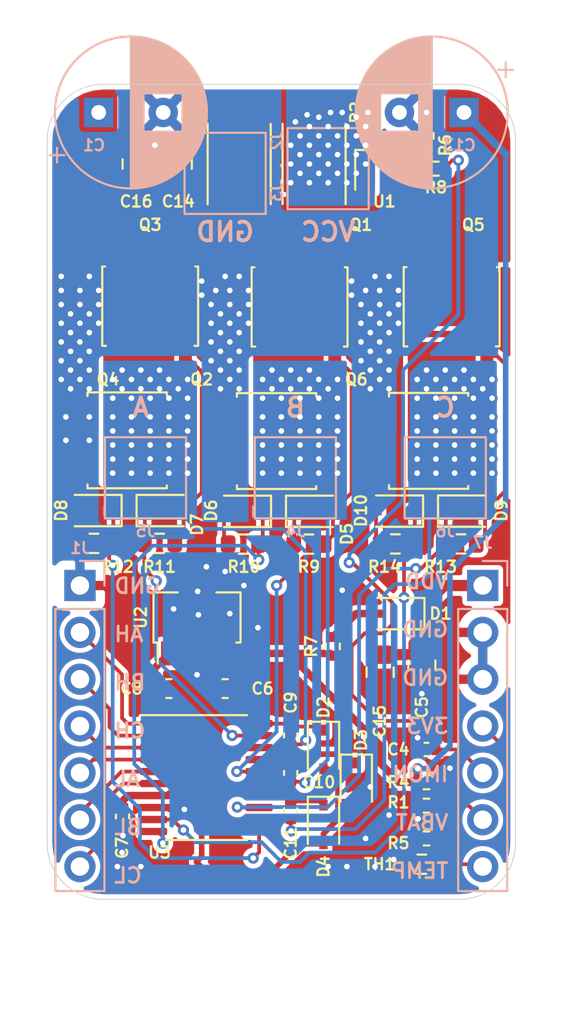
<source format=kicad_pcb>
(kicad_pcb (version 20211014) (generator pcbnew)
  (layers (0 "F.Cu" signal) (1 "In1.Cu" signal) (2 "In2.Cu" signal) (31 "B.Cu" signal) (34 "B.Paste" user) (35 "F.Paste" user) (36 "B.SilkS" user "B.Silkscreen") (37 "F.SilkS" user "F.Silkscreen") (38 "B.Mask" user) (39 "F.Mask" user) (44 "Edge.Cuts" user))
  (net 0 "")
  (net 1 "+12V")
  (net 2 "GND")
  (net 3 "VCC")
  (net 4 "/MA")
  (net 5 "Net-(C9-Pad2)")
  (net 6 "/MB")
  (net 7 "Net-(C10-Pad2)")
  (net 8 "/MC")
  (net 9 "/IMON")
  (net 10 "VDD")
  (net 11 "/PHASEA/HD")
  (net 12 "/AHO")
  (net 13 "/PHASEA/LD")
  (net 14 "/ALO")
  (net 15 "/PHASEB/HD")
  (net 16 "/BHO")
  (net 17 "/PHASEB/LD")
  (net 18 "/BLO")
  (net 19 "/sheet6191AFC6/HD")
  (net 20 "/CHO")
  (net 21 "/sheet6191AFC6/LD")
  (net 22 "/CLO")
  (net 23 "/Temp")
  (net 24 "/VBAT")
  (net 25 "Net-(J2-Pad1)")
  (net 26 "/CL")
  (net 27 "/BL")
  (net 28 "/AL")
  (net 29 "/CH")
  (net 30 "/BH")
  (net 31 "/AH")
  (net 32 "+3V3")
  (net 33 "Net-(C11-Pad2)")
  (net 34 "Net-(D1-Pad2)")
  (net 35 "Net-(R6-Pad1)")
  (footprint "Diode_SMD:D_SOD-323" (layer "F.Cu") (at 137.642 105.958 180)
    (fp_text reference "D6")
    (fp_text value "1N4148WS")
  )
  (footprint "Diode_SMD:D_SOD-323" (layer "F.Cu") (at 145.888 105.948 180)
    (fp_text reference "D10")
    (fp_text value "1N4148WS")
  )
  (footprint "Resistor_SMD:R_0603_1608Metric" (layer "F.Cu") (at 141.198 107.736)
    (fp_text reference "R9")
    (fp_text value "1")
  )
  (footprint "Resistor_SMD:R_0603_1608Metric" (layer "F.Cu") (at 137.642 107.736 180)
    (fp_text reference "R10")
    (fp_text value "1")
  )
  (footprint "Resistor_SMD:R_0402_1005Metric" (layer "F.Cu") (at 147.574 85.598 90)
    (fp_text reference "R6")
    (fp_text value "2.2k")
  )
  (footprint "Resistor_SMD:R_0603_1608Metric" (layer "F.Cu") (at 149.444 107.726)
    (fp_text reference "R13")
    (fp_text value "1")
  )
  (footprint "Resistor_SMD:R_0603_1608Metric" (layer "F.Cu") (at 145.888 107.726 180)
    (fp_text reference "R14")
    (fp_text value "1")
  )
  (footprint "Resistor_SMD:R_0402_1005Metric" (layer "F.Cu") (at 148.082 87.376)
    (fp_text reference "R8")
    (fp_text value "2.2k")
  )
  (footprint "Package_TO_SOT_SMD:SOT-23" (layer "F.Cu") (at 145.288 87.122 90)
    (fp_text reference "U1")
    (fp_text value "ZXCT1009F")
  )
  (footprint "Diode_SMD:D_SOD-323" (layer "F.Cu") (at 141.452 105.958)
    (fp_text reference "D5")
    (fp_text value "1N4148WS")
  )
  (footprint "Diode_SMD:D_SOD-323" (layer "F.Cu") (at 133.35 105.918)
    (fp_text reference "D7")
    (fp_text value "1N4148WS")
  )
  (footprint "Diode_SMD:D_SOD-323" (layer "F.Cu") (at 129.54 105.918 180)
    (fp_text reference "D8")
    (fp_text value "1N4148WS")
  )
  (footprint "Diode_SMD:D_SOD-323" (layer "F.Cu") (at 149.698 105.948)
    (fp_text reference "D9")
    (fp_text value "1N4148WS")
  )
  (footprint "Package_TO_SOT_SMD:LFPAK56" (layer "F.Cu") (at 140.69 94.709 90)
    (fp_text reference "Q1")
    (fp_text value "HYG013N03LS1C2")
  )
  (footprint "Package_TO_SOT_SMD:LFPAK56" (layer "F.Cu") (at 139.606 102.148)
    (fp_text reference "Q2")
    (fp_text value "HYG013N03LS1C2")
  )
  (footprint "Package_TO_SOT_SMD:LFPAK56" (layer "F.Cu") (at 132.588 94.669 90)
    (fp_text reference "Q3")
    (fp_text value "HYG013N03LS1C2")
  )
  (footprint "Package_TO_SOT_SMD:LFPAK56" (layer "F.Cu") (at 148.936 94.699 90)
    (fp_text reference "Q5")
    (fp_text value "HYG013N03LS1C2")
  )
  (footprint "Package_TO_SOT_SMD:LFPAK56" (layer "F.Cu") (at 147.852 102.138)
    (fp_text reference "Q6")
    (fp_text value "HYG013N03LS1C2")
  )
  (footprint "Resistor_SMD:R_0603_1608Metric" (layer "F.Cu") (at 133.096 107.696)
    (fp_text reference "R11")
    (fp_text value "1")
  )
  (footprint "Capacitor_SMD:C_0402_1005Metric" (layer "F.Cu") (at 131.0894 122.5068 90)
    (fp_text reference "C7")
    (fp_text value "100nF")
  )
  (footprint "Diode_SMD:D_SOD-323" (layer "F.Cu") (at 141.986 122.936 -90)
    (fp_text reference "D4")
    (fp_text value "1N4148WS")
  )
  (footprint "Capacitor_SMD:C_0402_1005Metric" (layer "F.Cu") (at 140.208 120.142 90)
    (fp_text reference "C10")
    (fp_text value "100nF")
  )
  (footprint "Capacitor_SMD:C_0402_1005Metric" (layer "F.Cu") (at 140.208 118.11 90)
    (fp_text reference "C9")
    (fp_text value "100nF")
  )
  (footprint "Diode_SMD:D_SOD-323" (layer "F.Cu") (at 143.764 120.65 -90)
    (fp_text reference "D3")
    (fp_text value "1N4148WS")
  )
  (footprint "Capacitor_SMD:C_0603_1608Metric" (layer "F.Cu") (at 133.604 115.57)
    (fp_text reference "C8")
    (fp_text value "1uF")
  )
  (footprint "Capacitor_SMD:C_0402_1005Metric" (layer "F.Cu") (at 140.208 122.174 90)
    (fp_text reference "C11")
    (fp_text value "100nF")
  )
  (footprint "Diode_SMD:D_SOD-323" (layer "F.Cu") (at 141.986 118.872 -90)
    (fp_text reference "D2")
    (fp_text value "1N4148WS")
  )
  (footprint "Package_SO:TSSOP-20_4.4x6.5mm_P0.65mm" (layer "F.Cu") (at 135.636 120.396)
    (fp_text reference "U3")
    (fp_text value "EG2133")
  )
  (footprint "Package_TO_SOT_SMD:SOT-89-3" (layer "F.Cu") (at 135.128 112.014 90)
    (fp_text reference "U2")
    (fp_text value "L78L12_SOT89")
  )
  (footprint "Resistor_SMD:R_0402_1005Metric" (layer "F.Cu") (at 142.494 113.284 90)
    (fp_text reference "R7")
    (fp_text value "22")
  )
  (footprint "Resistor_SMD:R_0402_1005Metric" (layer "F.Cu") (at 147.574 121.92 180)
    (fp_text reference "R5")
    (fp_text value "2.2k")
  )
  (footprint "Resistor_SMD:R_0402_1005Metric" (layer "F.Cu") (at 147.574 123.698)
    (fp_text reference "R1")
    (fp_text value "4.7k")
  )
  (footprint "Resistor_SMD:R_0402_1005Metric" (layer "F.Cu") (at 147.574 120.65)
    (fp_text reference "R4")
    (fp_text value "22k")
  )
  (footprint "Resistor_SMD:R_0603_1608Metric" (layer "F.Cu") (at 147.32 125.095 180)
    (fp_text reference "TH1")
    (fp_text value "10k")
  )
  (footprint "Diode_SMD:D_SOD-323" (layer "F.Cu") (at 145.9611 111.506 180)
    (fp_text reference "D1")
    (fp_text value "1N4148WS")
  )
  (footprint "Resistor_SMD:R_0603_1608Metric" (layer "F.Cu") (at 129.54 107.696 180)
    (fp_text reference "R12")
    (fp_text value "1")
  )
  (footprint "Resistor_SMD:R_2512_6332Metric" (layer "F.Cu") (at 141.478 87.122 -90)
    (fp_text reference "R2")
    (fp_text value "0.001")
  )
  (footprint "Resistor_SMD:R_2512_6332Metric" (layer "F.Cu") (at 137.414 87.122 -90)
    (fp_text reference "R3")
    (fp_text value "0.001")
  )
  (footprint "Package_TO_SOT_SMD:LFPAK56" (layer "F.Cu") (at 131.504 102.108)
    (fp_text reference "Q4")
    (fp_text value "HYG013N03LS1C2")
  )
  (footprint "Capacitor_SMD:C_0805_2012Metric" (layer "F.Cu") (at 131.826 87.122 90)
    (fp_text reference "C16")
    (fp_text value "22uF")
  )
  (footprint "Capacitor_SMD:C_0805_2012Metric" (layer "F.Cu") (at 147.32 114.3 -90)
    (fp_text reference "C5")
    (fp_text value "22uF")
  )
  (footprint "Capacitor_SMD:C_0805_2012Metric" (layer "F.Cu") (at 145.0594 114.681 -90)
    (fp_text reference "C15")
    (fp_text value "22uF")
  )
  (footprint "Capacitor_SMD:C_0805_2012Metric" (layer "F.Cu") (at 134.112 87.122 90)
    (fp_text reference "C14")
    (fp_text value "22uF")
  )
  (footprint "Capacitor_SMD:C_0603_1608Metric" (layer "F.Cu") (at 136.652 115.57 180)
    (fp_text reference "C6")
    (fp_text value "1uF")
  )
  (footprint "Capacitor_SMD:C_0402_1005Metric" (layer "F.Cu") (at 147.574 118.872)
    (fp_text reference "C4")
    (fp_text value "100nF")
  )
  (footprint "TestPoint:TestPoint_Pad_4.0x4.0mm" (layer "B.Cu") (at 148.59 104.14)
    (fp_text reference "J6")
    (fp_text value "Conn_01x01_Male")
  )
  (footprint "Connector_PinHeader_2.54mm:PinHeader_1x07_P2.54mm_Vertical" (layer "B.Cu") (at 128.778 109.982 180)
    (fp_text reference "J1")
    (fp_text value "GDCTRL")
  )
  (footprint "TestPoint:TestPoint_Pad_4.0x4.0mm" (layer "B.Cu") (at 142.24 87.376 90)
    (fp_text reference "J2")
    (fp_text value "Conn_01x01_Male")
  )
  (footprint "TestPoint:TestPoint_Pad_4.0x4.0mm" (layer "B.Cu") (at 140.462 104.14)
    (fp_text reference "J4")
    (fp_text value "Conn_01x01_Male")
  )
  (footprint "Connector_PinHeader_2.54mm:PinHeader_1x07_P2.54mm_Vertical" (layer "B.Cu") (at 150.622 109.982 180)
    (fp_text reference "J7")
    (fp_text value "IO")
  )
  (footprint "TestPoint:TestPoint_Pad_4.0x4.0mm" (layer "B.Cu") (at 136.652 87.63 90)
    (fp_text reference "J3")
    (fp_text value "Conn_01x01_Male")
  )
  (footprint "TestPoint:TestPoint_Pad_4.0x4.0mm" (layer "B.Cu") (at 132.334 104.14)
    (fp_text reference "J5")
    (fp_text value "Conn_01x01_Male")
  )
  (footprint "Capacitor_THT:CP_Radial_D8.0mm_P3.50mm" (layer "B.Cu") (at 129.794 84.328)
    (fp_text reference "C1")
    (fp_text value "680uF")
  )
  (footprint "Capacitor_THT:CP_Radial_D8.0mm_P3.50mm" (layer "B.Cu") (at 149.606 84.328 180)
    (fp_text reference "C13")
    (fp_text value "680uF")
  )
  (gr_arc (start 127 85.852) (mid 127.892739 83.696739) (end 130.048 82.804) (layer "Edge.Cuts") (width 0.05))
  (gr_arc (start 152.4 123.952) (mid 151.507261 126.107261) (end 149.352 127) (layer "Edge.Cuts") (width 0.05))
  (gr_line (start 152.4 85.852) (end 152.4 123.952) (layer "Edge.Cuts") (width 0.05))
  (gr_arc (start 149.352 82.804) (mid 151.507261 83.696739) (end 152.4 85.852) (layer "Edge.Cuts") (width 0.05))
  (gr_line (start 127 123.952) (end 127 85.852) (layer "Edge.Cuts") (width 0.05))
  (gr_arc (start 130.048 127) (mid 127.892739 126.107261) (end 127 123.952) (layer "Edge.Cuts") (width 0.05))
  (gr_line (start 130.048 82.804) (end 149.352 82.804) (layer "Edge.Cuts") (width 0.05))
  (gr_line (start 149.352 127) (end 130.048 127) (layer "Edge.Cuts") (width 0.05))
  (gr_text "GND\n\nAH\n\nBH\n\nCH\n\nAL\n\nBL\n\nCL" (at 130.556 117.856) (layer "B.SilkS") (effects (font (size 0.8128 0.8128) (thickness 0.1524)) (justify right mirror)))
  (gr_text "VDD\n\nGND\n\nGND\n\n3V3\n\nIMON\n\nVBAT\n\nTEMP" (at 148.844 117.602) (layer "B.SilkS") (effects (font (size 0.8128 0.8128) (thickness 0.1524)) (justify left mirror)))
  (gr_text "B" (at 140.462 100.33) (layer "B.SilkS") (effects (font (size 1.016 1.016) (thickness 0.2032)) (justify mirror)))
  (gr_text "VCC" (at 142.24 90.805) (layer "B.SilkS") (effects (font (size 1.016 1.016) (thickness 0.2032)) (justify mirror)))
  (gr_text "A" (at 132.08 100.33) (layer "B.SilkS") (effects (font (size 1.016 1.016) (thickness 0.2032)) (justify mirror)))
  (gr_text "C" (at 148.59 100.33) (layer "B.SilkS") (effects (font (size 1.016 1.016) (thickness 0.2032)) (justify mirror)))
  (gr_text "GND" (at 136.652 90.805) (layer "B.SilkS") (effects (font (size 1.016 1.016) (thickness 0.2032)) (justify mirror)))
  (segment (start 143.764 121.7) (end 142.8328 121.7) (width 0.3048) (layer "F.Cu") (net 1))
  (segment (start 135.382 121.81094) (end 135.382 124.68) (width 0.3048) (layer "F.Cu") (net 1))
  (segment (start 131.3844 121.371) (end 131.0894 121.666) (width 0.4064) (layer "F.Cu") (net 1))
  (segment (start 141.986 119.922) (end 142.1978 119.922) (width 0.3048) (layer "F.Cu") (net 1))
  (segment (start 142.7734 120.4976) (end 142.7734 121.6406) (width 0.3048) (layer "F.Cu") (net 1))
  (segment (start 133.4008 116.6622) (end 133.6167 116.6622) (width 0.4064) (layer "F.Cu") (net 1))
  (segment (start 134.83066 121.2596) (end 135.382 121.81094) (width 0.3048) (layer "F.Cu") (net 1))
  (segment (start 133.6167 116.6622) (end 134.5028 117.5483) (width 0.4064) (layer "F.Cu") (net 1))
  (segment (start 132.7735 121.371) (end 133.536958 121.371) (width 0.4064) (layer "F.Cu") (net 1))
  (segment (start 142.7734 121.6406) (end 142.7734 122.6566) (width 0.3048) (layer "F.Cu") (net 1))
  (segment (start 140.682 123.986) (end 141.986 123.986) (width 0.3048) (layer "F.Cu") (net 1))
  (segment (start 142.1978 119.922) (end 142.7734 120.4976) (width 0.3048) (layer "F.Cu") (net 1))
  (segment (start 132.829 115.57) (end 132.829 116.0904) (width 0.4064) (layer "F.Cu") (net 1))
  (segment (start 134.5028 121.1678) (end 134.5946 121.2596) (width 0.4064) (layer "F.Cu") (net 1))
  (segment (start 133.536958 121.371) (end 133.583748 121.32421) (width 0.4064) (layer "F.Cu") (net 1))
  (segment (start 134.5946 121.2596) (end 134.3914 121.2596) (width 0.4064) (layer "F.Cu") (net 1))
  (segment (start 135.382 124.68) (end 135.094 124.968) (width 0.3048) (layer "F.Cu") (net 1))
  (segment (start 132.7735 121.371) (end 131.3844 121.371) (width 0.4064) (layer "F.Cu") (net 1))
  (segment (start 138.9126 125.7554) (end 140.682 123.986) (width 0.3048) (layer "F.Cu") (net 1))
  (segment (start 134.5028 117.5483) (end 134.5028 121.1678) (width 0.4064) (layer "F.Cu") (net 1))
  (segment (start 134.3914 121.2596) (end 134.83066 121.2596) (width 0.3048) (layer "F.Cu") (net 1))
  (segment (start 142.8328 121.7) (end 142.7734 121.6406) (width 0.3048) (layer "F.Cu") (net 1))
  (segment (start 132.829 114.463) (end 133.628 113.664) (width 0.4064) (layer "F.Cu") (net 1))
  (segment (start 142.7734 122.6566) (end 141.986 123.444) (width 0.3048) (layer "F.Cu") (net 1))
  (segment (start 133.583748 121.32421) (end 133.61944 121.32421) (width 0.4064) (layer "F.Cu") (net 1))
  (segment (start 132.829 116.0904) (end 133.4008 116.6622) (width 0.4064) (layer "F.Cu") (net 1))
  (segment (start 131.0894 121.666) (end 131.0894 122.0268) (width 0.4064) (layer "F.Cu") (net 1))
  (segment (start 133.61944 121.32421) (end 133.68405 121.2596) (width 0.4064) (layer "F.Cu") (net 1))
  (segment (start 141.986 123.444) (end 141.986 123.986) (width 0.3048) (layer "F.Cu") (net 1))
  (segment (start 132.829 115.57) (end 132.829 114.463) (width 0.4064) (layer "F.Cu") (net 1))
  (segment (start 135.094 124.968) (end 135.8814 125.7554) (width 0.3048) (layer "F.Cu") (net 1))
  (segment (start 133.68405 121.2596) (end 134.3914 121.2596) (width 0.4064) (layer "F.Cu") (net 1))
  (segment (start 135.8814 125.7554) (end 138.9126 125.7554) (width 0.3048) (layer "F.Cu") (net 1))
  (segment (start 135.128 114.821) (end 135.877 115.57) (width 0.6096) (layer "F.Cu") (net 2))
  (segment (start 145.017 102.778) (end 145.017 101.498) (width 0.2032) (layer "F.Cu") (net 2))
  (segment (start 134.112 86.172) (end 132.908 86.172) (width 0.2032) (layer "F.Cu") (net 2))
  (segment (start 136.771 102.788) (end 136.771 101.508) (width 0.2032) (layer "F.Cu") (net 2))
  (segment (start 135.128 114.821) (end 134.379 115.57) (width 0.6096) (layer "F.Cu") (net 2))
  (segment (start 145.017 101.498) (end 145.017 100.228) (width 0.2032) (layer "F.Cu") (net 2))
  (segment (start 146.495 125.095) (end 146.241 124.841) (width 0.2032) (layer "F.Cu") (net 2))
  (segment (start 135.128 114.821) (end 135.128 114.821) (width 0.6096) (layer "F.Cu") (net 2))
  (segment (start 147.064 121.92) (end 147.064 122.5784) (width 0.2032) (layer "F.Cu") (net 2))
  (segment (start 146.685 115.631) (end 147.32 114.996) (width 0.6096) (layer "F.Cu") (net 2))
  (segment (start 146.495 125.476) (end 146.495 125.095) (width 0.2032) (layer "F.Cu") (net 2))
  (segment (start 131.826 86.172) (end 132.776 86.172) (width 0.2032) (layer "F.Cu") (net 2))
  (segment (start 147.064 122.5784) (end 147.1168 122.6312) (width 0.2032) (layer "F.Cu") (net 2))
  (segment (start 147.094 118.2396) (end 147.0914 118.237) (width 0.2032) (layer "F.Cu") (net 2))
  (segment (start 131.0894 123.5202) (end 131.1148 123.5456) (width 0.4064) (layer "F.Cu") (net 2))
  (segment (start 128.669 102.748) (end 128.669 101.468) (width 0.2032) (layer "F.Cu") (net 2))
  (segment (start 147.094 118.872) (end 147.094 118.2396) (width 0.2032) (layer "F.Cu") (net 2))
  (segment (start 135.128 113.5765) (end 135.128 114.821) (width 0.6096) (layer "F.Cu") (net 2))
  (segment (start 146.241 124.841) (end 145.796 124.841) (width 0.2032) (layer "F.Cu") (net 2))
  (segment (start 132.7735 122.021) (end 134.34 122.021) (width 0.3048) (layer "F.Cu") (net 2))
  (segment (start 131.0894 122.9868) (end 131.0894 123.5202) (width 0.4064) (layer "F.Cu") (net 2))
  (segment (start 132.776 86.172) (end 132.842 86.106) (width 0.2032) (layer "F.Cu") (net 2))
  (segment (start 136.771 101.508) (end 136.771 100.238) (width 0.2032) (layer "F.Cu") (net 2))
  (segment (start 147.574 85.088) (end 147.574 84.328) (width 0.2032) (layer "F.Cu") (net 2))
  (segment (start 128.669 101.468) (end 128.669 100.198) (width 0.2032) (layer "F.Cu") (net 2))
  (segment (start 145.0594 115.631) (end 146.685 115.631) (width 0.6096) (layer "F.Cu") (net 2))
  (segment (start 132.908 86.172) (end 132.842 86.106) (width 0.2032) (layer "F.Cu") (net 2))
  (segment (start 134.34 122.021) (end 134.4422 122.1232) (width 0.3048) (layer "F.Cu") (net 2))
  (segment (start 147.32 115.075) (end 147.32 115.849402) (width 0.3048) (layer "F.Cu") (net 2))
  (via (at 137.922 94.742) (size 0.6096) (drill 0.3048) (layers "F.Cu" "B.Cu") (net 2))
  (via (at 135.89 94.742) (size 0.6096) (drill 0.3048) (layers "F.Cu" "B.Cu") (net 2))
  (via (at 135.89 95.758) (size 0.6096) (drill 0.3048) (layers "F.Cu" "B.Cu") (net 2))
  (via (at 137.414 98.298) (size 0.6096) (drill 0.3048) (layers "F.Cu" "B.Cu") (net 2))
  (via (at 137.414 97.282) (size 0.6096) (drill 0.3048) (layers "F.Cu" "B.Cu") (net 2))
  (via (at 136.398 97.282) (size 0.6096) (drill 0.3048) (layers "F.Cu" "B.Cu") (net 2))
  (via (at 136.398 99.314) (size 0.6096) (drill 0.3048) (layers "F.Cu" "B.Cu") (net 2))
  (via (at 137.922 95.758) (size 0.6096) (drill 0.3048) (layers "F.Cu" "B.Cu") (net 2))
  (via (at 136.398 96.266) (size 0.6096) (drill 0.3048) (layers "F.Cu" "B.Cu") (net 2))
  (via (at 136.906 97.79) (size 0.6096) (drill 0.3048) (layers "F.Cu" "B.Cu") (net 2))
  (via (at 136.906 98.806) (size 0.6096) (drill 0.3048) (layers "F.Cu" "B.Cu") (net 2))
  (via (at 135.89 96.774) (size 0.6096) (drill 0.3048) (layers "F.Cu" "B.Cu") (net 2))
  (via (at 136.906 96.774) (size 0.6096) (drill 0.3048) (layers "F.Cu" "B.Cu") (net 2))
  (via (at 137.414 99.314) (size 0.6096) (drill 0.3048) (layers "F.Cu" "B.Cu") (net 2))
  (via (at 135.89 97.79) (size 0.6096) (drill 0.3048) (layers "F.Cu" "B.Cu") (net 2))
  (via (at 137.414 96.266) (size 0.6096) (drill 0.3048) (layers "F.Cu" "B.Cu") (net 2))
  (via (at 136.398 95.25) (size 0.6096) (drill 0.3048) (layers "F.Cu" "B.Cu") (net 2))
  (via (at 136.906 94.742) (size 0.6096) (drill 0.3048) (layers "F.Cu" "B.Cu") (net 2))
  (via (at 137.414 95.25) (size 0.6096) (drill 0.3048) (layers "F.Cu" "B.Cu") (net 2))
  (via (at 136.906 95.758) (size 0.6096) (drill 0.3048) (layers "F.Cu" "B.Cu") (net 2))
  (via (at 136.398 98.298) (size 0.6096) (drill 0.3048) (layers "F.Cu" "B.Cu") (net 2))
  (via (at 128.778 93.98) (size 0.6096) (drill 0.3048) (layers "F.Cu" "B.Cu") (net 2))
  (via (at 137.414 93.218) (size 0.6096) (drill 0.3048) (layers "F.Cu" "B.Cu") (net 2))
  (via (at 136.906 93.98) (size 0.6096) (drill 0.3048) (layers "F.Cu" "B.Cu") (net 2))
  (via (at 145.542 93.218) (size 0.6096) (drill 0.3048) (layers "F.Cu" "B.Cu") (net 2))
  (via (at 144.78 93.218) (size 0.6096) (drill 0.3048) (layers "F.Cu" "B.Cu") (net 2))
  (via (at 145.034 93.98) (size 0.6096) (drill 0.3048) (layers "F.Cu" "B.Cu") (net 2))
  (via (at 144.272 93.98) (size 0.6096) (drill 0.3048) (layers "F.Cu" "B.Cu") (net 2))
  (via (at 128.27 99.314) (size 0.6096) (drill 0.3048) (layers "F.Cu" "B.Cu") (net 2))
  (via (at 145.542 95.25) (size 0.6096) (drill 0.3048) (layers "F.Cu" "B.Cu") (net 2))
  (via (at 130.81 125.222) (size 0.6096) (drill 0.3048) (layers "F.Cu" "B.Cu") (net 2))
  (via (at 145.034 98.806) (size 0.6096) (drill 0.3048) (layers "F.Cu" "B.Cu") (net 2))
  (via (at 144.526 120.904) (size 0.6096) (drill 0.3048) (layers "F.Cu" "B.Cu") (net 2))
  (via (at 129.286 97.282) (size 0.6096) (drill 0.3048) (layers "F.Cu" "B.Cu") (net 2))
  (via (at 144.018 94.742) (size 0.6096) (drill 0.3048) (layers "F.Cu" "B.Cu") (net 2))
  (via (at 136.144 93.98) (size 0.6096) (drill 0.3048) (layers "F.Cu" "B.Cu") (net 2))
  (via (at 128.27 98.298) (size 0.6096) (drill 0.3048) (layers "F.Cu" "B.Cu") (net 2))
  (via (at 143.002 110.236) (size 0.6096) (drill 0.3048) (layers "F.Cu" "B.Cu") (net 2))
  (via (at 137.668 109.982) (size 0.6096) (drill 0.3048) (layers "F.Cu" "B.Cu") (net 2))
  (via (at 128.778 98.806) (size 0.6096) (drill 0.3048) (layers "F.Cu" "B.Cu") (net 2))
  (via (at 128.27 97.282) (size 0.6096) (drill 0.3048) (layers "F.Cu" "B.Cu") (net 2))
  (via (at 143.51 93.472) (size 0.6096) (drill 0.3048) (layers "F.Cu" "B.Cu") (net 2))
  (via (at 134.4422 122.1232) (size 0.6096) (drill 0.3048) (layers "F.Cu" "B.Cu") (net 2))
  (via (at 129.286 95.25) (size 0.6096) (drill 0.3048) (layers "F.Cu" "B.Cu") (net 2))
  (via (at 129.286 100.838) (size 0.6096) (drill 0.3048) (layers "F.Cu" "B.Cu") (net 2))
  (via (at 146.05 94.742) (size 0.6096) (drill 0.3048) (layers "F.Cu" "B.Cu") (net 2))
  (via (at 129.794 94.742) (size 0.6096) (drill 0.3048) (layers "F.Cu" "B.Cu") (net 2))
  (via (at 145.034 95.758) (size 0.6096) (drill 0.3048) (layers "F.Cu" "B.Cu") (net 2))
  (via (at 145.542 96.266) (size 0.6096) (drill 0.3048) (layers "F.Cu" "B.Cu") (net 2))
  (via (at 147.1168 122.6312) (size 0.6096) (drill 0.3048) (layers "F.Cu" "B.Cu") (net 2))
  (via (at 135.2042 111.5695) (size 0.6096) (drill 0.3048) (layers "F.Cu" "B.Cu") (net 2))
  (via (at 131.064 124.46) (size 0.6096) (drill 0.3048) (layers "F.Cu" "B.Cu") (net 2))
  (via (at 135.636 108.966) (size 0.6096) (drill 0.3048) (layers "F.Cu" "B.Cu") (net 2))
  (via (at 135.382 93.472) (size 0.6096) (drill 0.3048) (layers "F.Cu" "B.Cu") (net 2))
  (via (at 128.016 100.838) (size 0.6096) (drill 0.3048) (layers "F.Cu" "B.Cu") (net 2))
  (via (at 146.05 93.98) (size 0.6096) (drill 0.3048) (layers "F.Cu" "B.Cu") (net 2))
  (via (at 135.382 94.234) (size 0.6096) (drill 0.3048) (layers "F.Cu" "B.Cu") (net 2))
  (via (at 128.778 96.774) (size 0.6096) (drill 0.3048) (layers "F.Cu" "B.Cu") (net 2))
  (via (at 129.286 96.266) (size 0.6096) (drill 0.3048) (layers "F.Cu" "B.Cu") (net 2))
  (via (at 144.526 99.314) (size 0.6096) (drill 0.3048) (layers "F.Cu" "B.Cu") (net 2))
  (via (at 128.778 97.79) (size 0.6096) (drill 0.3048) (layers "F.Cu" "B.Cu") (net 2))
  (via (at 136.652 93.218) (size 0.6096) (drill 0.3048) (layers "F.Cu" "B.Cu") (net 2))
  (via (at 132.08 125.222) (size 0.6096) (drill 0.3048) (layers "F.Cu" "B.Cu") (net 2))
  (via (at 145.542 99.314) (size 0.6096) (drill 0.3048) (layers "F.Cu" "B.Cu") (net 2))
  (via (at 145.034 97.79) (size 0.6096) (drill 0.3048) (layers "F.Cu" "B.Cu") (net 2))
  (via (at 129.286 98.298) (size 0.6096) (drill 0.3048) (layers "F.Cu" "B.Cu") (net 2))
  (via (at 127.762 98.806) (size 0.6096) (drill 0.3048) (layers "F.Cu" "B.Cu") (net 2))
  (via (at 135.1661 110.2995) (size 0.6096) (drill 0.3048) (layers "F.Cu" "B.Cu") (net 2))
  (via (at 145.034 96.774) (size 0.6096) (drill 0.3048) (layers "F.Cu" "B.Cu") (net 2))
  (via (at 148.844 119.888) (size 0.6096) (drill 0.3048) (layers "F.Cu" "B.Cu") (net 2))
  (via (at 127.762 97.79) (size 0.6096) (drill 0.3048) (layers "F.Cu" "B.Cu") (net 2))
  (via (at 127.762 95.758) (size 0.6096) (drill 0.3048) (layers "F.Cu" "B.Cu") (net 2))
  (via (at 145.796 124.841) (size 0.6096) (drill 0.3048) (layers "F.Cu" "B.Cu") (net 2))
  (via (at 128.778 95.758) (size 0.6096) (drill 0.3048) (layers "F.Cu" "B.Cu") (net 2))
  (via (at 145.542 97.282) (size 0.6096) (drill 0.3048) (layers "F.Cu" "B.Cu") (net 2))
  (via (at 143.51 94.234) (size 0.6096) (drill 0.3048) (layers "F.Cu" "B.Cu") (net 2))
  (via (at 144.272 123.698) (size 0.6096) (drill 0.3048) (layers "F.Cu" "B.Cu") (net 2))
  (via (at 142.24 125.222) (size 0.6096) (drill 0.3048) (layers "F.Cu" "B.Cu") (net 2))
  (via (at 146.05 95.758) (size 0.6096) (drill 0.3048) (layers "F.Cu" "B.Cu") (net 2))
  (via (at 144.526 95.25) (size 0.6096) (drill 0.3048) (layers "F.Cu" "B.Cu") (net 2))
  (via (at 131.1148 123.5456) (size 0.6096) (drill 0.3048) (layers "F.Cu" "B.Cu") (net 2))
  (via (at 128.778 94.742) (size 0.6096) (drill 0.3048) (layers "F.Cu" "B.Cu") (net 2))
  (via (at 135.128 114.821) (size 0.6096) (drill 0.3048) (layers "F.Cu" "B.Cu") (net 2))
  (via (at 129.794 95.758) (size 0.6096) (drill 0.3048) (layers "F.Cu" "B.Cu") (net 2))
  (via (at 128.27 95.25) (size 0.6096) (drill 0.3048) (layers "F.Cu" "B.Cu") (net 2))
  (via (at 143.256 125.222) (size 0.6096) (drill 0.3048) (layers "F.Cu" "B.Cu") (net 2))
  (via (at 127.762 94.742) (size 0.6096) (drill 0.3048) (layers "F.Cu" "B.Cu") (net 2))
  (via (at 127.762 93.218) (size 0.6096) (drill 0.3048) (layers "F.Cu" "B.Cu") (net 2))
  (via (at 144.526 98.298) (size 0.6096) (drill 0.3048) (layers "F.Cu" "B.Cu") (net 2))
  (via (at 144.018 97.79) (size 0.6096) (drill 0.3048) (layers "F.Cu" "B.Cu") (net 2))
  (via (at 145.542 122.428) (size 0.6096) (drill 0.3048) (layers "F.Cu" "B.Cu") (net 2))
  (via (at 127.762 93.98) (size 0.6096) (drill 0.3048) (layers "F.Cu" "B.Cu") (net 2))
  (via (at 127.762 96.774) (size 0.6096) (drill 0.3048) (layers "F.Cu" "B.Cu") (net 2))
  (via (at 144.78 125.222) (size 0.6096) (drill 0.3048) (layers "F.Cu" "B.Cu") (net 2))
  (via (at 136.652 109.22) (size 0.6096) (drill 0.3048) (layers "F.Cu" "B.Cu") (net 2))
  (via (at 144.018 95.758) (size 0.6096) (drill 0.3048) (layers "F.Cu" "B.Cu") (net 2))
  (via (at 137.922 93.98) (size 0.6096) (drill 0.3048) (layers "F.Cu" "B.Cu") (net 2))
  (via (at 128.016 102.108) (size 0.6096) (drill 0.3048) (layers "F.Cu" "B.Cu") (net 2))
  (via (at 144.018 96.774) (size 0.6096) (drill 0.3048) (layers "F.Cu" "B.Cu") (net 2))
  (via (at 136.906 111.506) (size 0.6096) (drill 0.3048) (layers "F.Cu" "B.Cu") (net 2))
  (via (at 129.286 102.108) (size 0.6096) (drill 0.3048) (layers "F.Cu" "B.Cu") (net 2))
  (via (at 144.526 96.266) (size 0.6096) (drill 0.3048) (layers "F.Cu" "B.Cu") (net 2))
  (via (at 147.0914 118.237) (size 0.6096) (drill 0.3048) (layers "F.Cu" "B.Cu") (net 2))
  (via (at 128.27 96.266) (size 0.6096) (drill 0.3048) (layers "F.Cu" "B.Cu") (net 2))
  (via (at 147.574 84.328) (size 0.6096) (drill 0.3048) (layers "F.Cu" "B.Cu") (net 2))
  (via (at 129.794 93.98) (size 0.6096) (drill 0.3048) (layers "F.Cu" "B.Cu") (net 2))
  (via (at 147.32 115.849402) (size 0.6096) (drill 0.3048) (layers "F.Cu" "B.Cu") (net 2))
  (via (at 145.034 94.742) (size 0.6096) (drill 0.3048) (layers "F.Cu" "B.Cu") (net 2))
  (via (at 138.43 112.268) (size 0.6096) (drill 0.3048) (layers "F.Cu" "B.Cu") (net 2))
  (via (at 144.526 97.282) (size 0.6096) (drill 0.3048) (layers "F.Cu" "B.Cu") (net 2))
  (via (at 132.842 86.106) (size 0.6096) (drill 0.3048) (layers "F.Cu" "B.Cu") (net 2))
  (via (at 145.542 98.298) (size 0.6096) (drill 0.3048) (layers "F.Cu" "B.Cu") (net 2))
  (via (at 129.286 93.218) (size 0.6096) (drill 0.3048) (layers "F.Cu" "B.Cu") (net 2))
  (via (at 129.286 99.314) (size 0.6096) (drill 0.3048) (layers "F.Cu" "B.Cu") (net 2))
  (via (at 133.858 111.252) (size 0.6096) (drill 0.3048) (layers "F.Cu" "B.Cu") (net 2))
  (segment (start 132.842 86.106) (end 136.144 86.106) (width 0.2032) (layer "B.Cu") (net 2))
  (segment (start 136.144 86.106) (end 136.652 85.598) (width 0.2032) (layer "B.Cu") (net 2))
  (segment (start 140.842 113.664) (end 142.364 113.664) (width 0.4064) (layer "F.Cu") (net 3))
  (segment (start 132.588 92.71) (end 131.638 91.76) (width 0.2032) (layer "F.Cu") (net 3))
  (segment (start 137.1092 113.7666) (end 137.1092 115.2522) (width 0.6096) (layer "F.Cu") (net 3))
  (segment (start 137.0066 113.664) (end 137.1092 113.7666) (width 0.6096) (layer "F.Cu") (net 3))
  (segment (start 145.034 118.618) (end 145.034 119.5832) (width 0.4064) (layer "F.Cu") (net 3))
  (segment (start 142.364 113.664) (end 142.494 113.794) (width 0.4064) (layer "F.Cu") (net 3))
  (segment (start 140.842 114.426) (end 145.034 118.618) (width 0.4064) (layer "F.Cu") (net 3))
  (segment (start 147.064 120.65) (end 147.064 119.9408) (width 0.4064) (layer "F.Cu") (net 3))
  (segment (start 145.034 119.5832) (end 146.1008 120.65) (width 0.4064) (layer "F.Cu") (net 3))
  (segment (start 147.064 119.9408) (end 147.0914 119.9134) (width 0.4064) (layer "F.Cu") (net 3))
  (segment (start 140.69 90.8725) (end 141.478 90.0845) (width 0.2032) (layer "F.Cu") (net 3))
  (segment (start 140.842 113.664) (end 140.842 114.426) (width 0.4064) (layer "F.Cu") (net 3))
  (segment (start 144.78 91.76) (end 146.432 91.76) (width 0.2032) (layer "F.Cu") (net 3))
  (segment (start 146.1008 120.65) (end 147.064 120.65) (width 0.4064) (layer "F.Cu") (net 3))
  (segment (start 129.794 87.884) (end 129.982 88.072) (width 0.2032) (layer "F.Cu") (net 3))
  (segment (start 129.794 84.328) (end 129.794 87.884) (width 0.2032) (layer "F.Cu") (net 3))
  (segment (start 146.432 91.76) (end 148.936 94.264) (width 0.2032) (layer "F.Cu") (net 3))
  (segment (start 129.982 88.072) (end 131.826 88.072) (width 0.2032) (layer "F.Cu") (net 3))
  (segment (start 140.69 94.274) (end 140.69 90.8725) (width 0.2032) (layer "F.Cu") (net 3))
  (segment (start 136.628 113.664) (end 137.0066 113.664) (width 0.6096) (layer "F.Cu") (net 3))
  (segment (start 131.638 91.76) (end 128.778 91.76) (width 0.2032) (layer "F.Cu") (net 3))
  (segment (start 136.628 113.664) (end 140.842 113.664) (width 0.4064) (layer "F.Cu") (net 3))
  (segment (start 132.588 94.234) (end 132.588 92.71) (width 0.2032) (layer "F.Cu") (net 3))
  (segment (start 137.1092 115.2522) (end 137.427 115.57) (width 0.6096) (layer "F.Cu") (net 3))
  (via (at 147.0914 119.9134) (size 0.6096) (drill 0.3048) (layers "F.Cu" "B.Cu") (net 3))
  (segment (start 148.844 117.348) (end 148.844 116.078) (width 0.3048) (layer "B.Cu") (net 3))
  (segment (start 148.844 113.792) (end 148.844 111.76) (width 0.3048) (layer "B.Cu") (net 3))
  (segment (start 148.844 116.078) (end 148.844 113.792) (width 0.3048) (layer "B.Cu") (net 3))
  (segment (start 148.844 111.76) (end 148.844 109.2073) (width 0.3048) (layer "B.Cu") (net 3))
  (segment (start 151.8666 86.5886) (end 149.606 84.328) (width 0.4064) (layer "B.Cu") (net 3))
  (segment (start 148.844 118.6688) (end 148.844 117.348) (width 0.3048) (layer "B.Cu") (net 3))
  (segment (start 148.844 109.2073) (end 151.8666 106.1847) (width 0.3048) (layer "B.Cu") (net 3))
  (segment (start 147.0914 119.9134) (end 147.5994 119.9134) (width 0.3048) (layer "B.Cu") (net 3))
  (segment (start 147.5994 119.9134) (end 148.844 118.6688) (width 0.3048) (layer "B.Cu") (net 3))
  (segment (start 151.8666 106.1847) (end 151.8666 86.5886) (width 0.3048) (layer "B.Cu") (net 3))
  (segment (start 140.7948 118.59) (end 141.0208 118.364) (width 0.2032) (layer "F.Cu") (net 4))
  (segment (start 140.208 118.59) (end 140.7948 118.59) (width 0.2032) (layer "F.Cu") (net 4))
  (segment (start 140.027 118.771) (end 140.208 118.59) (width 0.2032) (layer "F.Cu") (net 4))
  (segment (start 138.4985 118.771) (end 140.027 118.771) (width 0.2032) (layer "F.Cu") (net 4))
  (via (at 131.572 98.806) (size 0.6096) (drill 0.3048) (layers "F.Cu" "B.Cu") (net 4))
  (via (at 133.604 98.806) (size 0.6096) (drill 0.3048) (layers "F.Cu" "B.Cu") (net 4))
  (via (at 130.556 98.806) (size 0.6096) (drill 0.3048) (layers "F.Cu" "B.Cu") (net 4))
  (via (at 132.588 98.806) (size 0.6096) (drill 0.3048) (layers "F.Cu" "B.Cu") (net 4))
  (via (at 134.62 98.806) (size 0.6096) (drill 0.3048) (layers "F.Cu" "B.Cu") (net 4))
  (via (at 133.604 103.124) (size 0.6096) (drill 0.3048) (layers "F.Cu" "B.Cu") (net 4))
  (via (at 131.064 98.298) (size 0.6096) (drill 0.3048) (layers "F.Cu" "B.Cu") (net 4))
  (via (at 130.556 103.124) (size 0.6096) (drill 0.3048) (layers "F.Cu" "B.Cu") (net 4))
  (via (at 133.604 102.362) (size 0.6096) (drill 0.3048) (layers "F.Cu" "B.Cu") (net 4))
  (via (at 130.556 102.362) (size 0.6096) (drill 0.3048) (layers "F.Cu" "B.Cu") (net 4))
  (via (at 132.588 99.822) (size 0.6096) (drill 0.3048) (layers "F.Cu" "B.Cu") (net 4))
  (via (at 131.572 101.6) (size 0.6096) (drill 0.3048) (layers "F.Cu" "B.Cu") (net 4))
  (via (at 134.62 102.362) (size 0.6096) (drill 0.3048) (layers "F.Cu" "B.Cu") (net 4))
  (via (at 134.62 103.886) (size 0.6096) (drill 0.3048) (layers "F.Cu" "B.Cu") (net 4))
  (via (at 133.604 101.6) (size 0.6096) (drill 0.3048) (layers "F.Cu" "B.Cu") (net 4))
  (via (at 132.588 102.362) (size 0.6096) (drill 0.3048) (layers "F.Cu" "B.Cu") (net 4))
  (via (at 132.588 103.124) (size 0.6096) (drill 0.3048) (layers "F.Cu" "B.Cu") (net 4))
  (via (at 132.08 99.314) (size 0.6096) (drill 0.3048) (layers "F.Cu" "B.Cu") (net 4))
  (via (at 133.604 100.838) (size 0.6096) (drill 0.3048) (layers "F.Cu" "B.Cu") (net 4))
  (via (at 132.588 101.6) (size 0.6096) (drill 0.3048) (layers "F.Cu" "B.Cu") (net 4))
  (via (at 141.0208 118.364) (size 0.6096) (drill 0.3048) (layers "F.Cu" "B.Cu") (net 4))
  (via (at 131.572 99.822) (size 0.6096) (drill 0.3048) (layers "F.Cu" "B.Cu") (net 4))
  (via (at 130.556 101.6) (size 0.6096) (drill 0.3048) (layers "F.Cu" "B.Cu") (net 4))
  (via (at 134.62 101.6) (size 0.6096) (drill 0.3048) (layers "F.Cu" "B.Cu") (net 4))
  (via (at 134.62 100.838) (size 0.6096) (drill 0.3048) (layers "F.Cu" "B.Cu") (net 4))
  (via (at 132.588 100.838) (size 0.6096) (drill 0.3048) (layers "F.Cu" "B.Cu") (net 4))
  (via (at 131.572 100.838) (size 0.6096) (drill 0.3048) (layers "F.Cu" "B.Cu") (net 4))
  (via (at 131.572 103.124) (size 0.6096) (drill 0.3048) (layers "F.Cu" "B.Cu") (net 4))
  (via (at 130.556 100.838) (size 0.6096) (drill 0.3048) (layers "F.Cu" "B.Cu") (net 4))
  (via (at 130.556 103.886) (size 0.6096) (drill 0.3048) (layers "F.Cu" "B.Cu") (net 4))
  (via (at 131.572 103.886) (size 0.6096) (drill 0.3048) (layers "F.Cu" "B.Cu") (net 4))
  (via (at 131.572 102.362) (size 0.6096) (drill 0.3048) (layers "F.Cu" "B.Cu") (net 4))
  (via (at 133.096 98.298) (size 0.6096) (drill 0.3048) (layers "F.Cu" "B.Cu") (net 4))
  (via (at 130.556 99.822) (size 0.6096) (drill 0.3048) (layers "F.Cu" "B.Cu") (net 4))
  (via (at 131.064 99.314) (size 0.6096) (drill 0.3048) (layers "F.Cu" "B.Cu") (net 4))
  (via (at 134.112 99.314) (size 0.6096) (drill 0.3048) (layers "F.Cu" "B.Cu") (net 4))
  (via (at 133.096 99.314) (size 0.6096) (drill 0.3048) (layers "F.Cu" "B.Cu") (net 4))
  (via (at 132.588 103.886) (size 0.6096) (drill 0.3048) (layers "F.Cu" "B.Cu") (net 4))
  (via (at 134.62 99.822) (size 0.6096) (drill 0.3048) (layers "F.Cu" "B.Cu") (net 4))
  (via (at 132.08 98.298) (size 0.6096) (drill 0.3048) (layers "F.Cu" "B.Cu") (net 4))
  (via (at 133.604 103.886) (size 0.6096) (drill 0.3048) (layers "F.Cu" "B.Cu") (net 4))
  (via (at 133.604 99.822) (size 0.6096) (drill 0.3048) (layers "F.Cu" "B.Cu") (net 4))
  (via (at 134.62 103.124) (size 0.6096) (drill 0.3048) (layers "F.Cu" "B.Cu") (net 4))
  (segment (start 141.0208 108.1532) (end 141.0208 118.364) (width 0.2032) (layer "B.Cu") (net 4))
  (segment (start 139.7762 106.9086) (end 141.0208 108.1532) (width 0.2032) (layer "B.Cu") (net 4))
  (segment (start 132.334 104.14) (end 135.1026 106.9086) (width 0.2032) (layer "B.Cu") (net 4))
  (segment (start 135.1026 106.9086) (end 139.7762 106.9086) (width 0.2032) (layer "B.Cu") (net 4))
  (segment (start 140.049 117.471) (end 140.208 117.63) (width 0.2032) (layer "F.Cu") (net 5))
  (segment (start 138.4985 117.471) (end 140.049 117.471) (width 0.2032) (layer "F.Cu") (net 5))
  (segment (start 140.208 117.63) (end 141.794 117.63) (width 0.2032) (layer "F.Cu") (net 5))
  (segment (start 141.794 117.63) (end 141.986 117.822) (width 0.2032) (layer "F.Cu") (net 5))
  (segment (start 140.9166 120.622) (end 140.97 120.6754) (width 0.2032) (layer "F.Cu") (net 6))
  (segment (start 140.109 120.721) (end 140.208 120.622) (width 0.2032) (layer "F.Cu") (net 6))
  (segment (start 140.208 120.622) (end 140.9166 120.622) (width 0.2032) (layer "F.Cu") (net 6))
  (segment (start 138.4985 120.721) (end 140.109 120.721) (width 0.2032) (layer "F.Cu") (net 6))
  (via (at 138.684 102.362) (size 0.6096) (drill 0.3048) (layers "F.Cu" "B.Cu") (net 6))
  (via (at 140.716 103.124) (size 0.6096) (drill 0.3048) (layers "F.Cu" "B.Cu") (net 6))
  (via (at 138.684 101.6) (size 0.6096) (drill 0.3048) (layers "F.Cu" "B.Cu") (net 6))
  (via (at 139.7 102.362) (size 0.6096) (drill 0.3048) (layers "F.Cu" "B.Cu") (net 6))
  (via (at 141.732 102.362) (size 0.6096) (drill 0.3048) (layers "F.Cu" "B.Cu") (net 6))
  (via (at 139.7 101.6) (size 0.6096) (drill 0.3048) (layers "F.Cu" "B.Cu") (net 6))
  (via (at 142.748 102.362) (size 0.6096) (drill 0.3048) (layers "F.Cu" "B.Cu") (net 6))
  (via (at 138.684 98.806) (size 0.6096) (drill 0.3048) (layers "F.Cu" "B.Cu") (net 6))
  (via (at 140.716 102.362) (size 0.6096) (drill 0.3048) (layers "F.Cu" "B.Cu") (net 6))
  (via (at 140.716 99.822) (size 0.6096) (drill 0.3048) (layers "F.Cu" "B.Cu") (net 6))
  (via (at 141.732 101.6) (size 0.6096) (drill 0.3048) (layers "F.Cu" "B.Cu") (net 6))
  (via (at 139.7 99.822) (size 0.6096) (drill 0.3048) (layers "F.Cu" "B.Cu") (net 6))
  (via (at 142.748 98.806) (size 0.6096) (drill 0.3048) (layers "F.Cu" "B.Cu") (net 6))
  (via (at 141.732 103.124) (size 0.6096) (drill 0.3048) (layers "F.Cu" "B.Cu") (net 6))
  (via (at 138.684 103.124) (size 0.6096) (drill 0.3048) (layers "F.Cu" "B.Cu") (net 6))
  (via (at 141.732 99.822) (size 0.6096) (drill 0.3048) (layers "F.Cu" "B.Cu") (net 6))
  (via (at 141.732 98.806) (size 0.6096) (drill 0.3048) (layers "F.Cu" "B.Cu") (net 6))
  (via (at 139.7 98.806) (size 0.6096) (drill 0.3048) (layers "F.Cu" "B.Cu") (net 6))
  (via (at 142.748 99.822) (size 0.6096) (drill 0.3048) (layers "F.Cu" "B.Cu") (net 6))
  (via (at 140.208 99.314) (size 0.6096) (drill 0.3048) (layers "F.Cu" "B.Cu") (net 6))
  (via (at 140.716 98.806) (size 0.6096) (drill 0.3048) (layers "F.Cu" "B.Cu") (net 6))
  (via (at 142.24 99.314) (size 0.6096) (drill 0.3048) (layers "F.Cu" "B.Cu") (net 6))
  (via (at 139.192 99.314) (size 0.6096) (drill 0.3048) (layers "F.Cu" "B.Cu") (net 6))
  (via (at 141.224 99.314) (size 0.6096) (drill 0.3048) (layers "F.Cu" "B.Cu") (net 6))
  (via (at 138.684 99.822) (size 0.6096) (drill 0.3048) (layers "F.Cu" "B.Cu") (net 6))
  (via (at 139.7 103.124) (size 0.6096) (drill 0.3048) (layers "F.Cu" "B.Cu") (net 6))
  (via (at 142.748 103.124) (size 0.6096) (drill 0.3048) (layers "F.Cu" "B.Cu") (net 6))
  (via (at 139.7 103.886) (size 0.6096) (drill 0.3048) (layers "F.Cu" "B.Cu") (net 6))
  (via (at 140.716 100.838) (size 0.6096) (drill 0.3048) (layers "F.Cu" "B.Cu") (net 6))
  (via (at 138.684 100.838) (size 0.6096) (drill 0.3048) (layers "F.Cu" "B.Cu") (net 6))
  (via (at 142.748 101.6) (size 0.6096) (drill 0.3048) (layers "F.Cu" "B.Cu") (net 6))
  (via (at 141.224 98.298) (size 0.6096) (drill 0.3048) (layers "F.Cu" "B.Cu") (net 6))
  (via (at 141.732 100.838) (size 0.6096) (drill 0.3048) (layers "F.Cu" "B.Cu") (net 6))
  (via (at 140.208 98.298) (size 0.6096) (drill 0.3048) (layers "F.Cu" "B.Cu") (net 6))
  (via (at 140.716 101.6) (size 0.6096) (drill 0.3048) (layers "F.Cu" "B.Cu") (net 6))
  (via (at 142.748 100.838) (size 0.6096) (drill 0.3048) (layers "F.Cu" "B.Cu") (net 6))
  (via (at 139.192 98.298) (size 0.6096) (drill 0.3048) (layers "F.Cu" "B.Cu") (net 6))
  (via (at 139.7 100.838) (size 0.6096) (drill 0.3048) (layers "F.Cu" "B.Cu") (net 6))
  (via (at 141.732 103.886) (size 0.6096) (drill 0.3048) (layers "F.Cu" "B.Cu") (net 6))
  (via (at 138.684 103.886) (size 0.6096) (drill 0.3048) (layers "F.Cu" "B.Cu") (net 6))
  (via (at 140.716 103.886) (size 0.6096) (drill 0.3048) (layers "F.Cu" "B.Cu") (net 6))
  (via (at 142.748 103.886) (size 0.6096) (drill 0.3048) (layers "F.Cu" "B.Cu") (net 6))
  (via (at 140.97 120.6754) (size 0.6096) (drill 0.3048) (layers "F.Cu" "B.Cu") (net 6))
  (segment (start 140.97 120.6754) (end 142.2146 119.4308) (width 0.2032) (layer "B.Cu") (net 6))
  (segment (start 142.2146 104.14) (end 140.462 104.14) (width 0.2032) (layer "B.Cu") (net 6))
  (segment (start 142.2146 119.4308) (end 142.2146 104.14) (width 0.2032) (layer "B.Cu") (net 6))
  (segment (start 141.478 119.126) (end 142.782 119.126) (width 0.3048) (layer "F.Cu") (net 7))
  (segment (start 142.782 119.126) (end 143.256 119.6) (width 0.3048) (layer "F.Cu") (net 7))
  (segment (start 143.256 119.6) (end 143.764 119.6) (width 0.25) (layer "F.Cu") (net 7))
  (segment (start 139.967 119.421) (end 140.208 119.662) (width 0.2032) (layer "F.Cu") (net 7))
  (segment (start 138.4985 119.421) (end 139.967 119.421) (width 0.2032) (layer "F.Cu") (net 7))
  (segment (start 140.208 119.662) (end 140.942 119.662) (width 0.3048) (layer "F.Cu") (net 7))
  (segment (start 140.942 119.662) (end 141.478 119.126) (width 0.3048) (layer "F.Cu") (net 7))
  (segment (start 140.208 122.654) (end 140.208 123.2662) (width 0.2032) (layer "F.Cu") (net 8))
  (segment (start 140.191 122.671) (end 140.208 122.654) (width 0.2032) (layer "F.Cu") (net 8))
  (segment (start 138.4985 122.671) (end 140.191 122.671) (width 0.2032) (layer "F.Cu") (net 8))
  (segment (start 140.208 123.2662) (end 140.2334 123.2916) (width 0.2032) (layer "F.Cu") (net 8))
  (via (at 149.098 98.806) (size 0.6096) (drill 0.3048) (layers "F.Cu" "B.Cu") (net 8))
  (via (at 149.098 103.124) (size 0.6096) (drill 0.3048) (layers "F.Cu" "B.Cu") (net 8))
  (via (at 151.13 101.6) (size 0.6096) (drill 0.3048) (layers "F.Cu" "B.Cu") (net 8))
  (via (at 148.59 99.314) (size 0.6096) (drill 0.3048) (layers "F.Cu" "B.Cu") (net 8))
  (via (at 147.066 101.6) (size 0.6096) (drill 0.3048) (layers "F.Cu" "B.Cu") (net 8))
  (via (at 149.606 99.314) (size 0.6096) (drill 0.3048) (layers "F.Cu" "B.Cu") (net 8))
  (via (at 148.082 103.124) (size 0.6096) (drill 0.3048) (layers "F.Cu" "B.Cu") (net 8))
  (via (at 149.606 98.298) (size 0.6096) (drill 0.3048) (layers "F.Cu" "B.Cu") (net 8))
  (via (at 148.082 103.886) (size 0.6096) (drill 0.3048) (layers "F.Cu" "B.Cu") (net 8))
  (via (at 150.114 103.124) (size 0.6096) (drill 0.3048) (layers "F.Cu" "B.Cu") (net 8))
  (via (at 151.13 103.886) (size 0.6096) (drill 0.3048) (layers "F.Cu" "B.Cu") (net 8))
  (via (at 148.082 101.6) (size 0.6096) (drill 0.3048) (layers "F.Cu" "B.Cu") (net 8))
  (via (at 151.13 103.124) (size 0.6096) (drill 0.3048) (layers "F.Cu" "B.Cu") (net 8))
  (via (at 150.114 99.822) (size 0.6096) (drill 0.3048) (layers "F.Cu" "B.Cu") (net 8))
  (via (at 148.082 100.838) (size 0.6096) (drill 0.3048) (layers "F.Cu" "B.Cu") (net 8))
  (via (at 147.066 103.886) (size 0.6096) (drill 0.3048) (layers "F.Cu" "B.Cu") (net 8))
  (via (at 151.13 100.838) (size 0.6096) (drill 0.3048) (layers "F.Cu" "B.Cu") (net 8))
  (via (at 147.066 99.822) (size 0.6096) (drill 0.3048) (layers "F.Cu" "B.Cu") (net 8))
  (via (at 151.13 102.362) (size 0.6096) (drill 0.3048) (layers "F.Cu" "B.Cu") (net 8))
  (via (at 148.59 98.298) (size 0.6096) (drill 0.3048) (layers "F.Cu" "B.Cu") (net 8))
  (via (at 149.098 99.822) (size 0.6096) (drill 0.3048) (layers "F.Cu" "B.Cu") (net 8))
  (via (at 149.098 102.362) (size 0.6096) (drill 0.3048) (layers "F.Cu" "B.Cu") (net 8))
  (via (at 147.574 99.314) (size 0.6096) (drill 0.3048) (layers "F.Cu" "B.Cu") (net 8))
  (via (at 147.574 98.298) (size 0.6096) (drill 0.3048) (layers "F.Cu" "B.Cu") (net 8))
  (via (at 149.098 101.6) (size 0.6096) (drill 0.3048) (layers "F.Cu" "B.Cu") (net 8))
  (via (at 148.082 99.822) (size 0.6096) (drill 0.3048) (layers "F.Cu" "B.Cu") (net 8))
  (via (at 150.114 98.806) (size 0.6096) (drill 0.3048) (layers "F.Cu" "B.Cu") (net 8))
  (via (at 147.066 103.124) (size 0.6096) (drill 0.3048) (layers "F.Cu" "B.Cu") (net 8))
  (via (at 148.082 98.806) (size 0.6096) (drill 0.3048) (layers "F.Cu" "B.Cu") (net 8))
  (via (at 148.082 102.362) (size 0.6096) (drill 0.3048) (layers "F.Cu" "B.Cu") (net 8))
  (via (at 151.13 98.806) (size 0.6096) (drill 0.3048) (layers "F.Cu" "B.Cu") (net 8))
  (via (at 140.2334 123.2916) (size 0.6096) (drill 0.3048) (layers "F.Cu" "B.Cu") (net 8))
  (via (at 150.114 101.6) (size 0.6096) (drill 0.3048) (layers "F.Cu" "B.Cu") (net 8))
  (via (at 149.098 103.886) (size 0.6096) (drill 0.3048) (layers "F.Cu" "B.Cu") (net 8))
  (via (at 151.13 99.822) (size 0.6096) (drill 0.3048) (layers "F.Cu" "B.Cu") (net 8))
  (via (at 149.098 100.838) (size 0.6096) (drill 0.3048) (layers "F.Cu" "B.Cu") (net 8))
  (via (at 150.622 99.314) (size 0.6096) (drill 0.3048) (layers "F.Cu" "B.Cu") (net 8))
  (via (at 150.114 100.838) (size 0.6096) (drill 0.3048) (layers "F.Cu" "B.Cu") (net 8))
  (via (at 150.114 103.886) (size 0.6096) (drill 0.3048) (layers "F.Cu" "B.Cu") (net 8))
  (via (at 150.114 102.362) (size 0.6096) (drill 0.3048) (layers "F.Cu" "B.Cu") (net 8))
  (via (at 147.066 98.806) (size 0.6096) (drill 0.3048) (layers "F.Cu" "B.Cu") (net 8))
  (via (at 147.066 102.362) (size 0.6096) (drill 0.3048) (layers "F.Cu" "B.Cu") (net 8))
  (via (at 147.066 100.838) (size 0.6096) (drill 0.3048) (layers "F.Cu" "B.Cu") (net 8))
  (segment (start 147.2184 109.9058) (end 147.7264 109.3978) (width 0.2032) (layer "B.Cu") (net 8))
  (segment (start 147.7264 105.0036) (end 148.59 104.14) (width 0.2032) (layer "B.Cu") (net 8))
  (segment (start 140.2334 123.2916) (end 140.335 123.19) (width 0.2032) (layer "B.Cu") (net 8))
  (segment (start 145.8468 109.9058) (end 147.2184 109.9058) (width 0.2032) (layer "B.Cu") (net 8))
  (segment (start 145.288 110.4646) (end 145.8468 109.9058) (width 0.2032) (layer "B.Cu") (net 8))
  (segment (start 145.288 121.6152) (end 145.288 110.4646) (width 0.2032) (layer "B.Cu") (net 8))
  (segment (start 140.335 123.19) (end 143.7132 123.19) (width 0.2032) (layer "B.Cu") (net 8))
  (segment (start 147.7264 109.3978) (end 147.7264 105.0036) (width 0.2032) (layer "B.Cu") (net 8))
  (segment (start 143.7132 123.19) (end 145.288 121.6152) (width 0.2032) (layer "B.Cu") (net 8))
  (segment (start 144.2212 112.5728) (end 143.51 113.284) (width 0.2032) (layer "F.Cu") (net 9))
  (segment (start 143.553282 108.7374) (end 145.7071 110.891218) (width 0.2032) (layer "F.Cu") (net 9))
  (segment (start 143.51 115.9002) (end 144.9324 117.3226) (width 0.2032) (layer "F.Cu") (net 9))
  (segment (start 148.971 86.9188) (end 149.3012 86.9188) (width 0.2032) (layer "F.Cu") (net 9))
  (segment (start 145.7071 110.891218) (end 145.7071 112.1029) (width 0.2032) (layer "F.Cu") (net 9))
  (segment (start 143.51 113.284) (end 143.51 115.9002) (width 0.2032) (layer "F.Cu") (net 9))
  (segment (start 145.2372 112.5728) (end 144.2212 112.5728) (width 0.2032) (layer "F.Cu") (net 9))
  (segment (start 147.3454 117.3226) (end 148.054 118.0312) (width 0.2032) (layer "F.Cu") (net 9))
  (segment (start 149.352 118.872) (end 150.622 120.142) (width 0.2032) (layer "F.Cu") (net 9))
  (segment (start 148.054 118.872) (end 149.352 118.872) (width 0.2032) (layer "F.Cu") (net 9))
  (segment (start 143.383 108.7374) (end 143.553282 108.7374) (width 0.2032) (layer "F.Cu") (net 9))
  (segment (start 145.7071 112.1029) (end 145.2372 112.5728) (width 0.2032) (layer "F.Cu") (net 9))
  (segment (start 144.9324 117.3226) (end 147.3454 117.3226) (width 0.2032) (layer "F.Cu") (net 9))
  (segment (start 148.592 87.2978) (end 148.971 86.9188) (width 0.2032) (layer "F.Cu") (net 9))
  (segment (start 148.054 118.0312) (end 148.054 118.872) (width 0.2032) (layer "F.Cu") (net 9))
  (segment (start 148.592 87.376) (end 148.592 87.2978) (width 0.2032) (layer "F.Cu") (net 9))
  (via (at 143.383 108.7374) (size 0.6096) (drill 0.3048) (layers "F.Cu" "B.Cu") (net 9))
  (via (at 149.3012 86.9188) (size 0.6096) (drill 0.3048) (layers "F.Cu" "B.Cu") (net 9))
  (segment (start 146.304 101.883118) (end 146.288399 101.898719) (width 0.2032) (layer "B.Cu") (net 9))
  (segment (start 149.3012 95.3008) (end 146.304 98.298) (width 0.2032) (layer "B.Cu") (net 9))
  (segment (start 143.383 108.3056) (end 143.383 108.7374) (width 0.2032) (layer "B.Cu") (net 9))
  (segment (start 146.288399 105.400201) (end 143.383 108.3056) (width 0.2032) (layer "B.Cu") (net 9))
  (segment (start 149.3012 86.9188) (end 149.3012 95.3008) (width 0.2032) (layer "B.Cu") (net 9))
  (segment (start 146.304 98.298) (end 146.304 101.883118) (width 0.2032) (layer "B.Cu") (net 9))
  (segment (start 146.288399 101.898719) (end 146.288399 105.400201) (width 0.2032) (layer "B.Cu") (net 9))
  (segment (start 145.0594 113.731) (end 146.939 113.731) (width 0.6096) (layer "F.Cu") (net 10))
  (segment (start 147.0111 113.0411) (end 147.32 113.35) (width 0.6096) (layer "F.Cu") (net 10))
  (segment (start 148.5351 109.982) (end 147.0111 111.506) (width 0.6096) (layer "F.Cu") (net 10))
  (segment (start 146.939 113.731) (end 147.32 113.35) (width 0.6096) (layer "F.Cu") (net 10))
  (segment (start 147.0111 111.506) (end 147.0111 113.0411) (width 0.6096) (layer "F.Cu") (net 10))
  (segment (start 150.622 109.982) (end 148.5351 109.982) (width 0.6096) (layer "F.Cu") (net 10))
  (segment (start 143.51 98.454) (end 143.51 104.95) (width 0.2032) (layer "F.Cu") (net 11))
  (segment (start 143.51 104.95) (end 142.502 105.958) (width 0.2032) (layer "F.Cu") (net 11))
  (segment (start 142.502 105.958) (end 142.502 107.257) (width 0.2032) (layer "F.Cu") (net 11))
  (segment (start 142.6 97.544) (end 143.51 98.454) (width 0.2032) (layer "F.Cu") (net 11))
  (segment (start 142.502 107.257) (end 142.023 107.736) (width 0.2032) (layer "F.Cu") (net 11))
  (segment (start 137.044 118.121) (end 137.033 118.11) (width 0.2032) (layer "F.Cu") (net 12))
  (segment (start 132.271 107.696) (end 132.271 109.0808) (width 0.2032) (layer "F.Cu") (net 12))
  (segment (start 138.4985 118.121) (end 137.044 118.121) (width 0.2032) (layer "F.Cu") (net 12))
  (segment (start 132.3 105.918) (end 132.3 107.667) (width 0.2032) (layer "F.Cu") (net 12))
  (segment (start 132.271 109.0808) (end 132.9182 109.728) (width 0.2032) (layer "F.Cu") (net 12))
  (segment (start 132.3 107.667) (end 132.271 107.696) (width 0.2032) (layer "F.Cu") (net 12))
  (via (at 132.9182 109.728) (size 0.6096) (drill 0.3048) (layers "F.Cu" "B.Cu") (net 12))
  (via (at 137.033 118.11) (size 0.6096) (drill 0.3048) (layers "F.Cu" "B.Cu") (net 12))
  (segment (start 132.9182 113.9952) (end 132.9182 109.728) (width 0.2032) (layer "B.Cu") (net 12))
  (segment (start 137.033 118.11) (end 132.9182 113.9952) (width 0.2032) (layer "B.Cu") (net 12))
  (segment (start 136.771 104.058) (end 136.771 105.779) (width 0.2032) (layer "F.Cu") (net 13))
  (segment (start 136.592 105.958) (end 136.592 107.511) (width 0.2032) (layer "F.Cu") (net 13))
  (segment (start 136.592 107.511) (end 136.817 107.736) (width 0.2032) (layer "F.Cu") (net 13))
  (segment (start 136.771 105.779) (end 136.592 105.958) (width 0.2032) (layer "F.Cu") (net 13))
  (segment (start 138.4985 123.321) (end 138.4985 124.4423) (width 0.2032) (layer "F.Cu") (net 14))
  (segment (start 130.365 107.696) (end 130.365 108.698798) (width 0.2032) (layer "F.Cu") (net 14))
  (segment (start 138.4985 124.4423) (end 138.176 124.7648) (width 0.2032) (layer "F.Cu") (net 14))
  (segment (start 130.59 105.918) (end 130.59 107.471) (width 0.2032) (layer "F.Cu") (net 14))
  (segment (start 130.365 108.698798) (end 130.556002 108.8898) (width 0.2032) (layer "F.Cu") (net 14))
  (segment (start 130.59 107.471) (end 130.365 107.696) (width 0.2032) (layer "F.Cu") (net 14))
  (via (at 130.556002 108.8898) (size 0.6096) (drill 0.3048) (layers "F.Cu" "B.Cu") (net 14))
  (via (at 138.176 124.7648) (size 0.6096) (drill 0.3048) (layers "F.Cu" "B.Cu") (net 14))
  (segment (start 130.556002 108.8898) (end 130.556002 120.624602) (width 0.2032) (layer "B.Cu") (net 14))
  (segment (start 132.0292 123.9012) (end 132.8928 124.7648) (width 0.2032) (layer "B.Cu") (net 14))
  (segment (start 132.0292 122.0978) (end 132.0292 123.9012) (width 0.2032) (layer "B.Cu") (net 14))
  (segment (start 132.8928 124.7648) (end 138.176 124.7648) (width 0.2032) (layer "B.Cu") (net 14))
  (segment (start 130.556002 120.624602) (end 132.0292 122.0978) (width 0.2032) (layer "B.Cu") (net 14))
  (segment (start 134.498 97.504) (end 135.382 98.388) (width 0.2032) (layer "F.Cu") (net 15))
  (segment (start 134.4 105.918) (end 134.4 107.217) (width 0.2032) (layer "F.Cu") (net 15))
  (segment (start 134.4 107.217) (end 133.921 107.696) (width 0.2032) (layer "F.Cu") (net 15))
  (segment (start 135.382 104.936) (end 134.4 105.918) (width 0.2032) (layer "F.Cu") (net 15))
  (segment (start 135.382 98.388) (end 135.382 104.936) (width 0.2032) (layer "F.Cu") (net 15))
  (segment (start 140.373 109.055) (end 139.446 109.982) (width 0.2032) (layer "F.Cu") (net 16))
  (segment (start 140.373 107.736) (end 140.373 109.055) (width 0.2032) (layer "F.Cu") (net 16))
  (segment (start 138.4985 120.071) (end 137.2922 120.071) (width 0.2032) (layer "F.Cu") (net 16))
  (segment (start 140.402 105.958) (end 140.402 107.707) (width 0.2032) (layer "F.Cu") (net 16))
  (segment (start 137.2922 120.071) (end 137.287 120.0658) (width 0.2032) (layer "F.Cu") (net 16))
  (segment (start 140.402 107.707) (end 140.373 107.736) (width 0.2032) (layer "F.Cu") (net 16))
  (via (at 137.287 120.0658) (size 0.6096) (drill 0.3048) (layers "F.Cu" "B.Cu") (net 16))
  (via (at 139.446 109.982) (size 0.6096) (drill 0.3048) (layers "F.Cu" "B.Cu") (net 16))
  (segment (start 137.287 120.0658) (end 139.446 117.9068) (width 0.2032) (layer "B.Cu") (net 16))
  (segment (start 139.446 117.9068) (end 139.446 109.982) (width 0.2032) (layer "B.Cu") (net 16))
  (segment (start 128.49 105.918) (end 128.49 107.471) (width 0.2032) (layer "F.Cu") (net 17))
  (segment (start 128.669 105.739) (end 128.49 105.918) (width 0.2032) (layer "F.Cu") (net 17))
  (segment (start 128.49 107.471) (end 128.715 107.696) (width 0.2032) (layer "F.Cu") (net 17))
  (segment (start 128.669 104.018) (end 128.669 105.739) (width 0.2032) (layer "F.Cu") (net 17))
  (segment (start 138.467 108.5712) (end 138.4808 108.585) (width 0.2032) (layer "F.Cu") (net 18))
  (segment (start 138.692 107.511) (end 138.467 107.736) (width 0.2032) (layer "F.Cu") (net 18))
  (segment (start 138.692 105.958) (end 138.692 107.511) (width 0.2032) (layer "F.Cu") (net 18))
  (segment (start 132.9984 123.321) (end 133.2738 123.5964) (width 0.2032) (layer "F.Cu") (net 18))
  (segment (start 132.7735 123.321) (end 132.9984 123.321) (width 0.2032) (layer "F.Cu") (net 18))
  (segment (start 138.467 107.736) (end 138.467 108.5712) (width 0.2032) (layer "F.Cu") (net 18))
  (segment (start 133.2738 123.5964) (end 133.2738 123.952) (width 0.2032) (layer "F.Cu") (net 18))
  (via (at 133.2738 123.952) (size 0.6096) (drill 0.3048) (layers "F.Cu" "B.Cu") (net 18))
  (via (at 138.4808 108.585) (size 0.6096) (drill 0.3048) (layers "F.Cu" "B.Cu") (net 18))
  (segment (start 138.4808 108.585) (end 137.7188 107.823) (width 0.2032) (layer "B.Cu") (net 18))
  (segment (start 133.2738 121.2088) (end 133.2738 123.952) (width 0.2032) (layer "B.Cu") (net 18))
  (segment (start 132.715 107.823) (end 131.7244 108.8136) (width 0.2032) (layer "B.Cu") (net 18))
  (segment (start 137.7188 107.823) (end 132.715 107.823) (width 0.2032) (layer "B.Cu") (net 18))
  (segment (start 131.7244 119.6594) (end 133.2738 121.2088) (width 0.2032) (layer "B.Cu") (net 18))
  (segment (start 131.7244 108.8136) (end 131.7244 119.6594) (width 0.2032) (layer "B.Cu") (net 18))
  (segment (start 150.846 97.534) (end 151.3992 97.534) (width 0.2032) (layer "F.Cu") (net 19))
  (segment (start 151.892 104.804) (end 150.748 105.948) (width 0.2032) (layer "F.Cu") (net 19))
  (segment (start 150.748 107.247) (end 150.269 107.726) (width 0.2032) (layer "F.Cu") (net 19))
  (segment (start 151.3992 97.534) (end 151.892 98.0268) (width 0.2032) (layer "F.Cu") (net 19))
  (segment (start 151.892 98.0268) (end 151.892 104.804) (width 0.2032) (layer "F.Cu") (net 19))
  (segment (start 150.748 105.948) (end 150.748 107.247) (width 0.2032) (layer "F.Cu") (net 19))
  (segment (start 137.3372 122.021) (end 137.3124 121.9962) (width 0.2032) (layer "F.Cu") (net 20))
  (segment (start 138.4985 122.021) (end 137.3372 122.021) (width 0.2032) (layer "F.Cu") (net 20))
  (segment (start 148.619 107.726) (end 148.619 105.977) (width 0.2032) (layer "F.Cu") (net 20))
  (segment (start 147.2774 109.0676) (end 146.9898 109.0676) (width 0.2032) (layer "F.Cu") (net 20))
  (segment (start 148.619 107.726) (end 147.2774 109.0676) (width 0.2032) (layer "F.Cu") (net 20))
  (segment (start 148.619 105.977) (end 148.648 105.948) (width 0.2032) (layer "F.Cu") (net 20))
  (via (at 146.9898 109.0676) (size 0.6096) (drill 0.3048) (layers "F.Cu" "B.Cu") (net 20))
  (via (at 137.3124 121.9962) (size 0.6096) (drill 0.3048) (layers "F.Cu" "B.Cu") (net 20))
  (segment (start 143.9164 110.5154) (end 145.3642 109.0676) (width 0.2032) (layer "B.Cu") (net 20))
  (segment (start 142.2146 121.9962) (end 143.9164 120.2944) (width 0.2032) (layer "B.Cu") (net 20))
  (segment (start 143.9164 120.2944) (end 143.9164 110.5154) (width 0.2032) (layer "B.Cu") (net 20))
  (segment (start 137.3124 121.9962) (end 142.2146 121.9962) (width 0.2032) (layer "B.Cu") (net 20))
  (segment (start 145.3642 109.0676) (end 146.9898 109.0676) (width 0.2032) (layer "B.Cu") (net 20))
  (segment (start 144.838 105.948) (end 144.838 107.501) (width 0.2032) (layer "F.Cu") (net 21))
  (segment (start 145.017 105.769) (end 144.838 105.948) (width 0.2032) (layer "F.Cu") (net 21))
  (segment (start 144.838 107.501) (end 145.063 107.726) (width 0.2032) (layer "F.Cu") (net 21))
  (segment (start 145.017 104.048) (end 145.017 105.769) (width 0.2032) (layer "F.Cu") (net 21))
  (segment (start 146.938 105.948) (end 146.938 107.501) (width 0.2032) (layer "F.Cu") (net 22))
  (segment (start 132.7735 122.671) (end 133.7962 122.671) (width 0.2032) (layer "F.Cu") (net 22))
  (segment (start 146.938 107.501) (end 146.713 107.726) (width 0.2032) (layer "F.Cu") (net 22))
  (segment (start 146.3548 108.5592) (end 146.3548 110.6424) (width 0.2032) (layer "F.Cu") (net 22))
  (segment (start 133.7962 122.671) (end 134.366 123.2408) (width 0.2032) (layer "F.Cu") (net 22))
  (segment (start 146.713 107.726) (end 146.713 108.201) (width 0.2032) (layer "F.Cu") (net 22))
  (segment (start 134.366 123.2408) (end 134.3914 123.2408) (width 0.2032) (layer "F.Cu") (net 22))
  (segment (start 146.713 108.201) (end 146.3548 108.5592) (width 0.2032) (layer "F.Cu") (net 22))
  (via (at 146.3548 110.6424) (size 0.6096) (drill 0.3048) (layers "F.Cu" "B.Cu") (net 22))
  (via (at 134.3914 123.2408) (size 0.6096) (drill 0.3048) (layers "F.Cu" "B.Cu") (net 22))
  (segment (start 134.3914 123.2408) (end 135.0518 123.9012) (width 0.2032) (layer "B.Cu") (net 22))
  (segment (start 135.0518 123.9012) (end 138.6332 123.9012) (width 0.2032) (layer "B.Cu") (net 22))
  (segment (start 140.716 124.968) (end 141.224 124.46) (width 0.2032) (layer "B.Cu") (net 22))
  (segment (start 139.7 124.968) (end 140.716 124.968) (width 0.2032) (layer "B.Cu") (net 22))
  (segment (start 141.224 124.46) (end 144.78 124.46) (width 0.2032) (layer "B.Cu") (net 22))
  (segment (start 144.78 124.46) (end 146.3548 122.8852) (width 0.2032) (layer "B.Cu") (net 22))
  (segment (start 146.3548 122.8852) (end 146.3548 110.6424) (width 0.2032) (layer "B.Cu") (net 22))
  (segment (start 138.6332 123.9012) (end 139.7 124.968) (width 0.2032) (layer "B.Cu") (net 22))
  (segment (start 148.526 125.095) (end 150.495 125.095) (width 0.2032) (layer "F.Cu") (net 23))
  (segment (start 147.064 123.8758) (end 147.064 124.014) (width 0.2032) (layer "F.Cu") (net 23))
  (segment (start 150.495 125.095) (end 150.622 125.222) (width 0.2032) (layer "F.Cu") (net 23))
  (segment (start 147.064 124.014) (end 148.145 125.095) (width 0.2032) (layer "F.Cu") (net 23))
  (segment (start 148.084 121.92) (end 149.86 121.92) (width 0.2032) (layer "F.Cu") (net 24))
  (segment (start 148.084 120.65) (end 148.084 121.92) (width 0.2032) (layer "F.Cu") (net 24))
  (segment (start 149.86 121.92) (end 150.622 122.682) (width 0.2032) (layer "F.Cu") (net 24))
  (via (at 143.764 86.614) (size 0.6096) (drill 0.3048) (layers "F.Cu" "B.Cu") (net 25))
  (via (at 143.256 86.106) (size 0.6096) (drill 0.3048) (layers "F.Cu" "B.Cu") (net 25))
  (via (at 142.748 86.614) (size 0.6096) (drill 0.3048) (layers "F.Cu" "B.Cu") (net 25))
  (via (at 142.748 85.598) (size 0.6096) (drill 0.3048) (layers "F.Cu" "B.Cu") (net 25))
  (via (at 143.764 85.598) (size 0.6096) (drill 0.3048) (layers "F.Cu" "B.Cu") (net 25))
  (via (at 142.24 85.09) (size 0.6096) (drill 0.3048) (layers "F.Cu" "B.Cu") (net 25))
  (via (at 143.256 85.09) (size 0.6096) (drill 0.3048) (layers "F.Cu" "B.Cu") (net 25))
  (via (at 141.732 85.598) (size 0.6096) (drill 0.3048) (layers "F.Cu" "B.Cu") (net 25))
  (via (at 141.224 85.09) (size 0.6096) (drill 0.3048) (layers "F.Cu" "B.Cu") (net 25))
  (via (at 140.716 85.598) (size 0.6096) (drill 0.3048) (layers "F.Cu" "B.Cu") (net 25))
  (via (at 140.208 87.122) (size 0.6096) (drill 0.3048) (layers "F.Cu" "B.Cu") (net 25))
  (via (at 144.399 84.328) (size 0.6096) (drill 0.3048) (layers "F.Cu" "B.Cu") (net 25))
  (via (at 141.732 87.63) (size 0.6096) (drill 0.3048) (layers "F.Cu" "B.Cu") (net 25))
  (via (at 143.764 87.63) (size 0.6096) (drill 0.3048) (layers "F.Cu" "B.Cu") (net 25))
  (via (at 142.748 87.63) (size 0.6096) (drill 0.3048) (layers "F.Cu" "B.Cu") (net 25))
  (via (at 140.716 87.63) (size 0.6096) (drill 0.3048) (layers "F.Cu" "B.Cu") (net 25))
  (via (at 141.732 86.614) (size 0.6096) (drill 0.3048) (layers "F.Cu" "B.Cu") (net 25))
  (via (at 140.716 86.614) (size 0.6096) (drill 0.3048) (layers "F.Cu" "B.Cu") (net 25))
  (via (at 141.732 84.582) (size 0.6096) (drill 0.3048) (layers "F.Cu" "B.Cu") (net 25))
  (via (at 143.256 88.138) (size 0.6096) (drill 0.3048) (layers "F.Cu" "B.Cu") (net 25))
  (via (at 142.367 84.328) (size 0.6096) (drill 0.3048) (layers "F.Cu" "B.Cu") (net 25))
  (via (at 141.224 87.122) (size 0.6096) (drill 0.3048) (layers "F.Cu" "B.Cu") (net 25))
  (via (at 140.208 88.138) (size 0.6096) (drill 0.3048) (layers "F.Cu" "B.Cu") (net 25))
  (via (at 141.097 84.455) (size 0.6096) (drill 0.3048) (layers "F.Cu" "B.Cu") (net 25))
  (via (at 143.002 84.328) (size 0.6096) (drill 0.3048) (layers "F.Cu" "B.Cu") (net 25))
  (via (at 144.272 86.106) (size 0.6096) (drill 0.3048) (layers "F.Cu" "B.Cu") (net 25))
  (via (at 142.24 86.106) (size 0.6096) (drill 0.3048) (layers "F.Cu" "B.Cu") (net 25))
  (via (at 141.224 86.106) (size 0.6096) (drill 0.3048) (layers "F.Cu" "B.Cu") (net 25))
  (via (at 143.256 87.122) (size 0.6096) (drill 0.3048) (layers "F.Cu" "B.Cu") (net 25))
  (via (at 144.272 85.09) (size 0.6096) (drill 0.3048) (layers "F.Cu" "B.Cu") (net 25))
  (via (at 142.24 87.122) (size 0.6096) (drill 0.3048) (layers "F.Cu" "B.Cu") (net 25))
  (via (at 140.462 84.836) (size 0.6096) (drill 0.3048) (layers "F.Cu" "B.Cu") (net 25))
  (via (at 141.224 88.138) (size 0.6096) (drill 0.3048) (layers "F.Cu" "B.Cu") (net 25))
  (via (at 143.764 84.582) (size 0.6096) (drill 0.3048) (layers "F.Cu" "B.Cu") (net 25))
  (via (at 142.24 88.138) (size 0.6096) (drill 0.3048) (layers "F.Cu" "B.Cu") (net 25))
  (via (at 140.208 86.106) (size 0.6096) (drill 0.3048) (layers "F.Cu" "B.Cu") (net 25))
  (via (at 144.272 87.122) (size 0.6096) (drill 0.3048) (layers "F.Cu" "B.Cu") (net 25))
  (segment (start 128.778 125.0188) (end 130.1242 123.6726) (width 0.2032) (layer "F.Cu") (net 26))
  (segment (start 131.12 120.721) (end 132.7735 120.721) (width 0.2032) (layer "F.Cu") (net 26))
  (segment (start 128.778 125.222) (end 128.778 125.0188) (width 0.2032) (layer "F.Cu") (net 26))
  (segment (start 130.1242 121.7168) (end 131.12 120.721) (width 0.2032) (layer "F.Cu") (net 26))
  (segment (start 130.1242 123.6726) (end 130.1242 121.7168) (width 0.2032) (layer "F.Cu") (net 26))
  (segment (start 131.0334 120.071) (end 128.778 122.3264) (width 0.2032) (layer "F.Cu") (net 27))
  (segment (start 128.778 122.3264) (end 128.778 122.682) (width 0.2032) (layer "F.Cu") (net 27))
  (segment (start 132.7735 120.071) (end 131.0334 120.071) (width 0.2032) (layer "F.Cu") (net 27))
  (segment (start 128.778 120.142) (end 129.499 119.421) (width 0.2032) (layer "F.Cu") (net 28))
  (segment (start 129.499 119.421) (end 132.7735 119.421) (width 0.2032) (layer "F.Cu") (net 28))
  (segment (start 132.7735 118.771) (end 129.947 118.771) (width 0.2032) (layer "F.Cu") (net 29))
  (segment (start 129.947 118.771) (end 128.778 117.602) (width 0.2032) (layer "F.Cu") (net 29))
  (segment (start 130.3782 117.6528) (end 130.8464 118.121) (width 0.2032) (layer "F.Cu") (net 30))
  (segment (start 130.3782 116.6622) (end 130.3782 117.6528) (width 0.2032) (layer "F.Cu") (net 30))
  (segment (start 130.8464 118.121) (end 132.7735 118.121) (width 0.2032) (layer "F.Cu") (net 30))
  (segment (start 128.778 115.062) (end 130.3782 116.6622) (width 0.2032) (layer "F.Cu") (net 30))
  (segment (start 131.064 114.808) (end 131.064 117.1702) (width 0.2032) (layer "F.Cu") (net 31))
  (segment (start 131.064 117.1702) (end 131.3648 117.471) (width 0.2032) (layer "F.Cu") (net 31))
  (segment (start 128.778 112.522) (end 131.064 114.808) (width 0.2032) (layer "F.Cu") (net 31))
  (segment (start 131.3648 117.471) (end 132.7735 117.471) (width 0.2032) (layer "F.Cu") (net 31))
  (segment (start 151.5364 123.952) (end 148.338 123.952) (width 0.2032) (layer "F.Cu") (net 32))
  (segment (start 148.084 123.698) (end 148.084 123.8758) (width 0.2032) (layer "F.Cu") (net 32))
  (segment (start 151.8412 118.8212) (end 151.8412 123.6472) (width 0.2032) (layer "F.Cu") (net 32))
  (segment (start 150.622 117.602) (end 151.8412 118.8212) (width 0.2032) (layer "F.Cu") (net 32))
  (segment (start 148.338 123.952) (end 148.084 123.698) (width 0.2032) (layer "F.Cu") (net 32))
  (segment (start 151.8412 123.6472) (end 151.5364 123.952) (width 0.2032) (layer "F.Cu") (net 32))
  (segment (start 140.208 121.694) (end 141.794 121.694) (width 0.2032) (layer "F.Cu") (net 33))
  (segment (start 139.885 121.371) (end 138.4985 121.371) (width 0.2032) (layer "F.Cu") (net 33))
  (segment (start 140.208 121.694) (end 139.885 121.371) (width 0.2032) (layer "F.Cu") (net 33))
  (segment (start 141.794 121.694) (end 141.986 121.886) (width 0.2032) (layer "F.Cu") (net 33))
  (segment (start 142.494 112.774) (end 143.762 111.506) (width 0.4064) (layer "F.Cu") (net 34))
  (segment (start 143.762 111.506) (end 144.9111 111.506) (width 0.4064) (layer "F.Cu") (net 34))
  (segment (start 147.556 86.122) (end 147.572 86.106) (width 0.2032) (layer "F.Cu") (net 35))
  (segment (start 147.572 86.106) (end 147.572 87.376) (width 0.2032) (layer "F.Cu") (net 35))
  (segment (start 145.288 86.122) (end 147.556 86.122) (width 0.2032) (layer "F.Cu") (net 35))
  (zone (net 2) (net_name "GND") (layer "F.Cu") (connect_pads thru_hole_only (clearance 0.254)) (min_thickness 0.254) (fill yes (thermal_gap 0.508) (thermal_bridge_width 0.508))
    (polygon (pts (xy 154.94 129.54) (xy 124.46 129.54) (xy 124.46 81.28) (xy 154.94 81.28)))
  )
  (zone (net 25) (net_name "Net-(J2-Pad1)") (layer "F.Cu") (priority 3) (connect_pads yes (clearance 0.254)) (min_thickness 0.254) (fill yes (thermal_gap 0.508) (thermal_bridge_width 0.508))
    (polygon (pts (xy 144.78 88.646) (xy 139.7 88.646) (xy 139.7 87.122) (xy 135.382 87.122) (xy 135.382 83.058) (xy 144.78 83.058)))
  )
  (zone (net 4) (net_name "/MA") (layer "F.Cu") (priority 1) (connect_pads yes (clearance 0.254)) (min_thickness 0.254) (fill yes (thermal_gap 0.508) (thermal_bridge_width 0.508))
    (polygon (pts (xy 134.112 98.298) (xy 134.874 98.298) (xy 134.874 104.394) (xy 130.048 104.394) (xy 130.048 96.774) (xy 134.112 96.774)))
  )
  (zone (net 8) (net_name "/MC") (layer "F.Cu") (priority 1) (connect_pads yes (clearance 0.254)) (min_thickness 0.254) (fill yes (thermal_gap 0.508) (thermal_bridge_width 0.508))
    (polygon (pts (xy 150.622 98.298) (xy 151.384 98.298) (xy 151.384 104.394) (xy 146.558 104.394) (xy 146.558 96.774) (xy 150.622 96.774)))
  )
  (zone (net 6) (net_name "/MB") (layer "F.Cu") (priority 1) (connect_pads yes (clearance 0.254)) (min_thickness 0.254) (fill yes (thermal_gap 0.508) (thermal_bridge_width 0.508))
    (polygon (pts (xy 142.24 98.298) (xy 143.002 98.298) (xy 143.002 104.394) (xy 138.176 104.394) (xy 138.176 96.774) (xy 142.24 96.774)))
  )
  (zone (net 3) (net_name "VCC") (layer "F.Cu") (priority 1) (connect_pads yes (clearance 0.254)) (min_thickness 0.254) (fill yes (thermal_gap 0.508) (thermal_bridge_width 0.508))
    (polygon (pts (xy 130.81 87.376) (xy 148.59 87.376) (xy 148.59 83.058) (xy 152.146 83.058) (xy 152.146 92.456) (xy 127.254 92.456) (xy 127.254 83.058) (xy 130.81 83.058)))
  )
  (zone (net 25) (net_name "Net-(J2-Pad1)") (layer "B.Cu") (priority 2) (connect_pads yes (clearance 0.254)) (min_thickness 0.254) (fill yes (thermal_gap 0.508) (thermal_bridge_width 0.508))
    (polygon (pts (xy 144.78 89.408) (xy 139.954 89.408) (xy 139.954 83.058) (xy 144.78 83.058)))
  )
  (zone (net 2) (net_name "GND") (layer "B.Cu") (connect_pads thru_hole_only (clearance 0.254)) (min_thickness 0.254) (fill yes (thermal_gap 0.508) (thermal_bridge_width 0.508))
    (polygon (pts (xy 154.94 129.54) (xy 124.46 129.54) (xy 124.46 81.28) (xy 154.94 81.28)))
  )
  (zone (net 6) (net_name "/MB") (layer "B.Cu") (priority 3) (connect_pads yes (clearance 0.254)) (min_thickness 0.254) (fill yes (thermal_gap 0.508) (thermal_bridge_width 0.508))
    (polygon (pts (xy 143.256 106.426) (xy 138.176 106.426) (xy 138.176 97.79) (xy 143.256 97.79)))
  )
  (zone (net 4) (net_name "/MA") (layer "B.Cu") (priority 3) (connect_pads yes (clearance 0.254)) (min_thickness 0.254) (fill yes (thermal_gap 0.508) (thermal_bridge_width 0.508))
    (polygon (pts (xy 135.128 106.426) (xy 130.048 106.426) (xy 130.048 97.79) (xy 135.128 97.79)))
  )
  (zone (net 8) (net_name "/MC") (layer "B.Cu") (priority 3) (connect_pads yes (clearance 0.254)) (min_thickness 0.254) (fill yes (thermal_gap 0.508) (thermal_bridge_width 0.508))
    (polygon (pts (xy 151.384 106.426) (xy 146.304 106.426) (xy 146.304 97.79) (xy 151.384 97.79)))
  )
)
</source>
